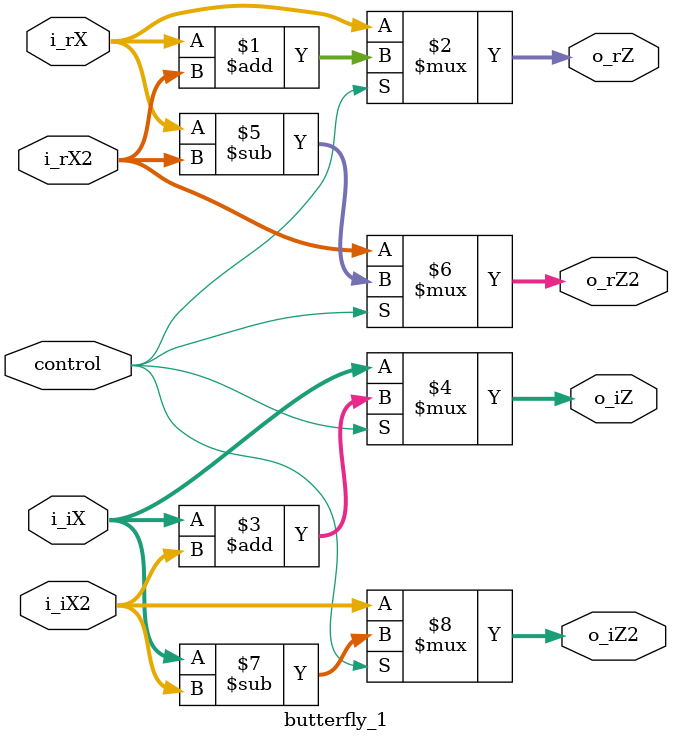
<source format=v>
`timescale 1ns / 1ps



module butterfly_1 #(
    parameter   WIDTH = 16
)(
    i_rX,
    i_iX,
    i_rX2,
    i_iX2,
    control,
    o_rZ,
    o_iZ,
    o_rZ2,
    o_iZ2
    );
    
    input [WIDTH-1:0] i_rX;
    input [WIDTH-1:0] i_iX;
    input [WIDTH-1:0] i_rX2;
    input [WIDTH-1:0] i_iX2;
    input control;
    
    output [WIDTH-1:0] o_rZ;
    output [WIDTH-1:0] o_iZ;
    output [WIDTH-1:0] o_rZ2;
    output [WIDTH-1:0] o_iZ2;
    
    assign o_rZ = control ? (i_rX + i_rX2) : i_rX;
    assign o_iZ = control ? (i_iX + i_iX2) : i_iX;
    
    assign o_rZ2 = control ? (i_rX - i_rX2) : i_rX2;
    assign o_iZ2 = control ? (i_iX - i_iX2) : i_iX2;//delay input
    
    
endmodule


</source>
